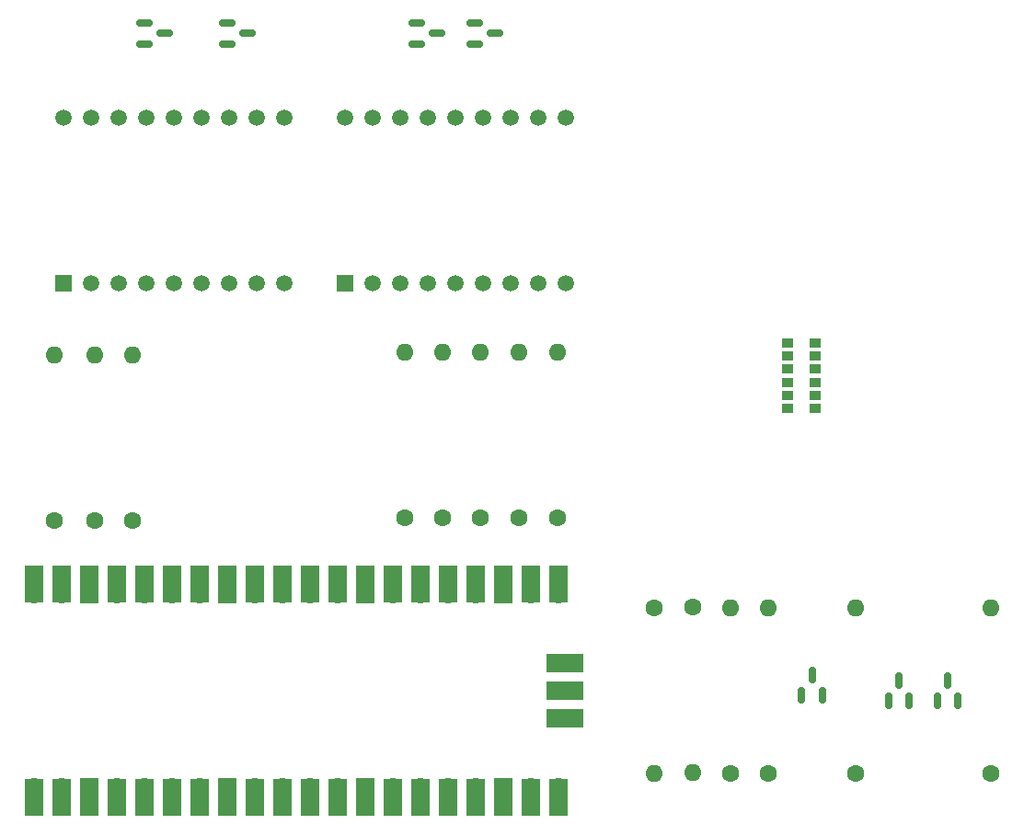
<source format=gbr>
%TF.GenerationSoftware,KiCad,Pcbnew,(6.0.0)*%
%TF.CreationDate,2022-08-12T16:53:37+02:00*%
%TF.ProjectId,PulseOximeter,50756c73-654f-4786-996d-657465722e6b,rev?*%
%TF.SameCoordinates,Original*%
%TF.FileFunction,Soldermask,Top*%
%TF.FilePolarity,Negative*%
%FSLAX46Y46*%
G04 Gerber Fmt 4.6, Leading zero omitted, Abs format (unit mm)*
G04 Created by KiCad (PCBNEW (6.0.0)) date 2022-08-12 16:53:37*
%MOMM*%
%LPD*%
G01*
G04 APERTURE LIST*
G04 Aperture macros list*
%AMRoundRect*
0 Rectangle with rounded corners*
0 $1 Rounding radius*
0 $2 $3 $4 $5 $6 $7 $8 $9 X,Y pos of 4 corners*
0 Add a 4 corners polygon primitive as box body*
4,1,4,$2,$3,$4,$5,$6,$7,$8,$9,$2,$3,0*
0 Add four circle primitives for the rounded corners*
1,1,$1+$1,$2,$3*
1,1,$1+$1,$4,$5*
1,1,$1+$1,$6,$7*
1,1,$1+$1,$8,$9*
0 Add four rect primitives between the rounded corners*
20,1,$1+$1,$2,$3,$4,$5,0*
20,1,$1+$1,$4,$5,$6,$7,0*
20,1,$1+$1,$6,$7,$8,$9,0*
20,1,$1+$1,$8,$9,$2,$3,0*%
G04 Aperture macros list end*
%ADD10R,1.000000X0.900000*%
%ADD11O,1.600000X1.600000*%
%ADD12C,1.600000*%
%ADD13RoundRect,0.150000X0.150000X-0.587500X0.150000X0.587500X-0.150000X0.587500X-0.150000X-0.587500X0*%
%ADD14R,1.500000X1.500000*%
%ADD15C,1.500000*%
%ADD16RoundRect,0.150000X-0.587500X-0.150000X0.587500X-0.150000X0.587500X0.150000X-0.587500X0.150000X0*%
%ADD17O,1.700000X1.700000*%
%ADD18R,1.700000X3.500000*%
%ADD19R,1.700000X1.700000*%
%ADD20R,3.500000X1.700000*%
G04 APERTURE END LIST*
D10*
%TO.C,U2*%
X148250000Y-90500000D03*
X148250000Y-91700000D03*
X148250000Y-92900000D03*
X148250000Y-94100000D03*
X148250000Y-95300000D03*
X148250000Y-96500000D03*
X150750000Y-96500000D03*
X150750000Y-95300000D03*
X150750000Y-94100000D03*
X150750000Y-92900000D03*
X150750000Y-91700000D03*
X150750000Y-90500000D03*
%TD*%
D11*
%TO.C,R10*%
X139500000Y-130040000D03*
D12*
X139500000Y-114800000D03*
%TD*%
%TO.C,R9*%
X136000000Y-114880000D03*
D11*
X136000000Y-130120000D03*
%TD*%
D12*
%TO.C,R11*%
X143000000Y-130120000D03*
D11*
X143000000Y-114880000D03*
%TD*%
D12*
%TO.C,R13*%
X154500000Y-130120000D03*
D11*
X154500000Y-114880000D03*
%TD*%
D12*
%TO.C,R12*%
X146500000Y-130120000D03*
D11*
X146500000Y-114880000D03*
%TD*%
D12*
%TO.C,R14*%
X167000000Y-130120000D03*
D11*
X167000000Y-114880000D03*
%TD*%
D12*
%TO.C,R8*%
X127100000Y-106610000D03*
D11*
X127100000Y-91370000D03*
%TD*%
D13*
%TO.C,Q6*%
X157550000Y-123437500D03*
X159450000Y-123437500D03*
X158500000Y-121562500D03*
%TD*%
D12*
%TO.C,R2*%
X84500000Y-106820000D03*
D11*
X84500000Y-91580000D03*
%TD*%
D14*
%TO.C,U4*%
X107500000Y-85000000D03*
D15*
X110040000Y-85000000D03*
X112580000Y-85000000D03*
X115120000Y-85000000D03*
X117660000Y-85000000D03*
X120200000Y-85000000D03*
X122740000Y-85000000D03*
X125280000Y-85000000D03*
X127820000Y-85000000D03*
X127820000Y-69760000D03*
X125280000Y-69760000D03*
X122740000Y-69760000D03*
X120200000Y-69760000D03*
X117660000Y-69760000D03*
X115120000Y-69760000D03*
X112580000Y-69760000D03*
X110040000Y-69760000D03*
X107500000Y-69760000D03*
%TD*%
%TO.C,U3*%
X81610000Y-69740000D03*
X84150000Y-69740000D03*
X86690000Y-69740000D03*
X89230000Y-69740000D03*
X91770000Y-69740000D03*
X94310000Y-69740000D03*
X96850000Y-69740000D03*
X99390000Y-69740000D03*
X101930000Y-69740000D03*
X101930000Y-84980000D03*
X99390000Y-84980000D03*
X96850000Y-84980000D03*
X94310000Y-84980000D03*
X91770000Y-84980000D03*
X89230000Y-84980000D03*
X86690000Y-84980000D03*
X84150000Y-84980000D03*
D14*
X81610000Y-84980000D03*
%TD*%
D13*
%TO.C,Q7*%
X162050000Y-123437500D03*
X163950000Y-123437500D03*
X163000000Y-121562500D03*
%TD*%
D16*
%TO.C,Q4*%
X119492500Y-61050000D03*
X119492500Y-62950000D03*
X121367500Y-62000000D03*
%TD*%
%TO.C,Q3*%
X114092500Y-61050000D03*
X114092500Y-62950000D03*
X115967500Y-62000000D03*
%TD*%
%TO.C,Q1*%
X89092500Y-61050000D03*
X89092500Y-62950000D03*
X90967500Y-62000000D03*
%TD*%
D17*
%TO.C,U1*%
X78870000Y-131390000D03*
D18*
X78870000Y-132290000D03*
D17*
X81410000Y-131390000D03*
D18*
X81410000Y-132290000D03*
X83950000Y-132290000D03*
D19*
X83950000Y-131390000D03*
D17*
X86490000Y-131390000D03*
D18*
X86490000Y-132290000D03*
D17*
X89030000Y-131390000D03*
D18*
X89030000Y-132290000D03*
X91570000Y-132290000D03*
D17*
X91570000Y-131390000D03*
D18*
X94110000Y-132290000D03*
D17*
X94110000Y-131390000D03*
D18*
X96650000Y-132290000D03*
D19*
X96650000Y-131390000D03*
D18*
X99190000Y-132290000D03*
D17*
X99190000Y-131390000D03*
D18*
X101730000Y-132290000D03*
D17*
X101730000Y-131390000D03*
X104270000Y-131390000D03*
D18*
X104270000Y-132290000D03*
X106810000Y-132290000D03*
D17*
X106810000Y-131390000D03*
D18*
X109350000Y-132290000D03*
D19*
X109350000Y-131390000D03*
D17*
X111890000Y-131390000D03*
D18*
X111890000Y-132290000D03*
X114430000Y-132290000D03*
D17*
X114430000Y-131390000D03*
D18*
X116970000Y-132290000D03*
D17*
X116970000Y-131390000D03*
D18*
X119510000Y-132290000D03*
D17*
X119510000Y-131390000D03*
D18*
X122050000Y-132290000D03*
D19*
X122050000Y-131390000D03*
D17*
X124590000Y-131390000D03*
D18*
X124590000Y-132290000D03*
X127130000Y-132290000D03*
D17*
X127130000Y-131390000D03*
X127130000Y-113610000D03*
D18*
X127130000Y-112710000D03*
X124590000Y-112710000D03*
D17*
X124590000Y-113610000D03*
D18*
X122050000Y-112710000D03*
D19*
X122050000Y-113610000D03*
D18*
X119510000Y-112710000D03*
D17*
X119510000Y-113610000D03*
D18*
X116970000Y-112710000D03*
D17*
X116970000Y-113610000D03*
D18*
X114430000Y-112710000D03*
D17*
X114430000Y-113610000D03*
X111890000Y-113610000D03*
D18*
X111890000Y-112710000D03*
D19*
X109350000Y-113610000D03*
D18*
X109350000Y-112710000D03*
D17*
X106810000Y-113610000D03*
D18*
X106810000Y-112710000D03*
D17*
X104270000Y-113610000D03*
D18*
X104270000Y-112710000D03*
X101730000Y-112710000D03*
D17*
X101730000Y-113610000D03*
X99190000Y-113610000D03*
D18*
X99190000Y-112710000D03*
D19*
X96650000Y-113610000D03*
D18*
X96650000Y-112710000D03*
D17*
X94110000Y-113610000D03*
D18*
X94110000Y-112710000D03*
X91570000Y-112710000D03*
D17*
X91570000Y-113610000D03*
D18*
X89030000Y-112710000D03*
D17*
X89030000Y-113610000D03*
X86490000Y-113610000D03*
D18*
X86490000Y-112710000D03*
D19*
X83950000Y-113610000D03*
D18*
X83950000Y-112710000D03*
X81410000Y-112710000D03*
D17*
X81410000Y-113610000D03*
D18*
X78870000Y-112710000D03*
D17*
X78870000Y-113610000D03*
X126900000Y-125040000D03*
D20*
X127800000Y-125040000D03*
X127800000Y-122500000D03*
D19*
X126900000Y-122500000D03*
D17*
X126900000Y-119960000D03*
D20*
X127800000Y-119960000D03*
%TD*%
D12*
%TO.C,R5*%
X116500000Y-106620000D03*
D11*
X116500000Y-91380000D03*
%TD*%
D12*
%TO.C,R3*%
X88000000Y-106820000D03*
D11*
X88000000Y-91580000D03*
%TD*%
D12*
%TO.C,R4*%
X113000000Y-106620000D03*
D11*
X113000000Y-91380000D03*
%TD*%
D12*
%TO.C,R6*%
X120000000Y-106620000D03*
D11*
X120000000Y-91380000D03*
%TD*%
D12*
%TO.C,R7*%
X123500000Y-106620000D03*
D11*
X123500000Y-91380000D03*
%TD*%
D13*
%TO.C,Q5*%
X149550000Y-122937500D03*
X151450000Y-122937500D03*
X150500000Y-121062500D03*
%TD*%
D16*
%TO.C,Q2*%
X96692500Y-61050000D03*
X96692500Y-62950000D03*
X98567500Y-62000000D03*
%TD*%
D12*
%TO.C,R1*%
X80800000Y-106820000D03*
D11*
X80800000Y-91580000D03*
%TD*%
M02*

</source>
